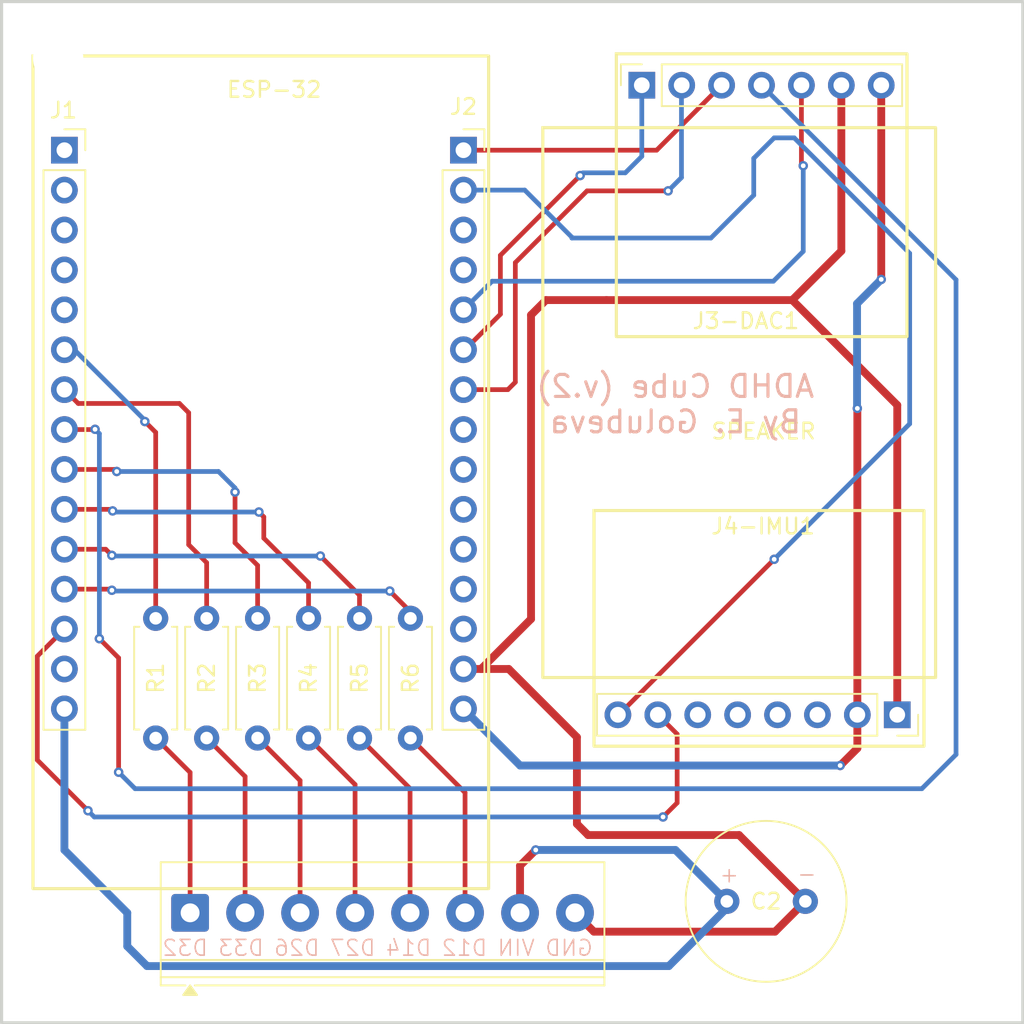
<source format=kicad_pcb>
(kicad_pcb (version 20241229) (generator "pcbnew") (generator_version "9.0")
  (layers (0 "F.Cu" signal) (2 "B.Cu" signal) (13 "F.Paste" user) (15 "B.Paste" user) (5 "F.SilkS" user "F.Silkscreen") (7 "B.SilkS" user "B.Silkscreen") (1 "F.Mask" user) (3 "B.Mask" user) (25 "Edge.Cuts" user))
  (net 0 "")
  (net 1 "GND")
  (net 2 "D12")
  (net 3 "D33")
  (net 4 "D26")
  (net 5 "D32")
  (net 6 "D27")
  (net 7 "D14")
  (net 8 "D25")
  (net 12 "D13")
  (net 13 "VIN")
  (net 17 "D21")
  (net 18 "D23")
  (net 19 "D22")
  (net 23 "3V3")
  (net 27 "D18")
  (net 29 "D19")
  (net 34 "Net-(J4-Pin_4)")
  (net 35 "Net-(J4-Pin_3)")
  (net 36 "Net-(J4-Pin_6)")
  (net 37 "Net-(J4-Pin_5)")
  (net 38 "Net-(J4-Pin_1)")
  (net 39 "Net-(J4-Pin_2)")
  (footprint "Connector_PinSocket_2.54mm:PinSocket_1x15_P2.54mm_Vertical" (layer "F.Cu") (at 79.4 59.46)
    (property "Reference" "J2" (at 0 -2.77 0) (layer "F.SilkS"))
    (property "Value" "Conn_01x15" (hide yes))
    (fp_line (start -1.33 1.27) (end -1.33 36.89) (stroke (width 0.12)) (layer "F.SilkS"))
    (fp_line (start -1.33 1.27) (end 1.33 1.27) (stroke (width 0.12)) (layer "F.SilkS"))
    (fp_line (start -1.33 36.89) (end 1.33 36.89) (stroke (width 0.12)) (layer "F.SilkS"))
    (fp_line (start 0 -1.33) (end 1.33 -1.33) (stroke (width 0.12)) (layer "F.SilkS"))
    (fp_line (start 1.33 -1.33) (end 1.33 0) (stroke (width 0.12)) (layer "F.SilkS"))
    (fp_line (start 1.33 1.27) (end 1.33 36.89) (stroke (width 0.12)) (layer "F.SilkS"))
    (pad "1" thru_hole rect (at 0 0) (size 1.7 1.7) (drill 1) (layers "*.Cu" "*.Mask") (net 18 "D23"))
    (pad "2" thru_hole circle (at 0 2.54) (size 1.7 1.7) (drill 1) (layers "*.Cu" "*.Mask") (net 19 "D22"))
    (pad "3" thru_hole circle (at 0 5.08) (size 1.7 1.7) (drill 1) (layers "*.Cu" "*.Mask"))
    (pad "4" thru_hole circle (at 0 7.62) (size 1.7 1.7) (drill 1) (layers "*.Cu" "*.Mask"))
    (pad "5" thru_hole circle (at 0 10.16) (size 1.7 1.7) (drill 1) (layers "*.Cu" "*.Mask") (net 17 "D21"))
    (pad "6" thru_hole circle (at 0 12.7) (size 1.7 1.7) (drill 1) (layers "*.Cu" "*.Mask") (net 29 "D19"))
    (pad "7" thru_hole circle (at 0 15.24) (size 1.7 1.7) (drill 1) (layers "*.Cu" "*.Mask") (net 27 "D18"))
    (pad "8" thru_hole circle (at 0 17.78) (size 1.7 1.7) (drill 1) (layers "*.Cu" "*.Mask"))
    (pad "9" thru_hole circle (at 0 20.32) (size 1.7 1.7) (drill 1) (layers "*.Cu" "*.Mask"))
    (pad "10" thru_hole circle (at 0 22.86) (size 1.7 1.7) (drill 1) (layers "*.Cu" "*.Mask"))
    (pad "11" thru_hole circle (at 0 25.4) (size 1.7 1.7) (drill 1) (layers "*.Cu" "*.Mask"))
    (pad "12" thru_hole circle (at 0 27.94) (size 1.7 1.7) (drill 1) (layers "*.Cu" "*.Mask"))
    (pad "13" thru_hole circle (at 0 30.48) (size 1.7 1.7) (drill 1) (layers "*.Cu" "*.Mask"))
    (pad "14" thru_hole circle (at 0 33.02) (size 1.7 1.7) (drill 1) (layers "*.Cu" "*.Mask") (net 1 "GND"))
    (pad "15" thru_hole circle (at 0 35.56) (size 1.7 1.7) (drill 1) (layers "*.Cu" "*.Mask") (net 23 "3V3"))
  )
  (footprint "Connector_PinSocket_2.54mm:PinSocket_1x15_P2.54mm_Vertical" (layer "F.Cu") (at 54 59.46)
    (property "Reference" "J1" (at -0.06 -2.54 0) (layer "F.SilkS"))
    (property "Value" "Conn_01x15" (hide yes))
    (fp_line (start -1.33 1.27) (end -1.33 36.89) (stroke (width 0.12)) (layer "F.SilkS"))
    (fp_line (start -1.33 1.27) (end 1.33 1.27) (stroke (width 0.12)) (layer "F.SilkS"))
    (fp_line (start -1.33 36.89) (end 1.33 36.89) (stroke (width 0.12)) (layer "F.SilkS"))
    (fp_line (start 0 -1.33) (end 1.33 -1.33) (stroke (width 0.12)) (layer "F.SilkS"))
    (fp_line (start 1.33 -1.33) (end 1.33 0) (stroke (width 0.12)) (layer "F.SilkS"))
    (fp_line (start 1.33 1.27) (end 1.33 36.89) (stroke (width 0.12)) (layer "F.SilkS"))
    (pad "1" thru_hole rect (at 0 0) (size 1.7 1.7) (drill 1) (layers "*.Cu" "*.Mask"))
    (pad "2" thru_hole circle (at 0 2.54) (size 1.7 1.7) (drill 1) (layers "*.Cu" "*.Mask"))
    (pad "3" thru_hole circle (at 0 5.08) (size 1.7 1.7) (drill 1) (layers "*.Cu" "*.Mask"))
    (pad "4" thru_hole circle (at 0 7.62) (size 1.7 1.7) (drill 1) (layers "*.Cu" "*.Mask"))
    (pad "5" thru_hole circle (at 0 10.16) (size 1.7 1.7) (drill 1) (layers "*.Cu" "*.Mask"))
    (pad "6" thru_hole circle (at 0 12.7) (size 1.7 1.7) (drill 1) (layers "*.Cu" "*.Mask") (net 5 "D32"))
    (pad "7" thru_hole circle (at 0 15.24) (size 1.7 1.7) (drill 1) (layers "*.Cu" "*.Mask") (net 3 "D33"))
    (pad "8" thru_hole circle (at 0 17.78) (size 1.7 1.7) (drill 1) (layers "*.Cu" "*.Mask") (net 8 "D25"))
    (pad "9" thru_hole circle (at 0 20.32) (size 1.7 1.7) (drill 1) (layers "*.Cu" "*.Mask") (net 4 "D26"))
    (pad "10" thru_hole circle (at 0 22.86) (size 1.7 1.7) (drill 1) (layers "*.Cu" "*.Mask") (net 6 "D27"))
    (pad "11" thru_hole circle (at 0 25.4) (size 1.7 1.7) (drill 1) (layers "*.Cu" "*.Mask") (net 7 "D14"))
    (pad "12" thru_hole circle (at 0 27.94) (size 1.7 1.7) (drill 1) (layers "*.Cu" "*.Mask") (net 2 "D12"))
    (pad "13" thru_hole circle (at 0 30.48) (size 1.7 1.7) (drill 1) (layers "*.Cu" "*.Mask") (net 12 "D13"))
    (pad "14" thru_hole circle (at 0 33.02) (size 1.7 1.7) (drill 1) (layers "*.Cu" "*.Mask"))
    (pad "15" thru_hole circle (at 0 35.56) (size 1.7 1.7) (drill 1) (layers "*.Cu" "*.Mask") (net 13 "VIN"))
  )
  (footprint "MountingHole:MountingHole_3.2mm_M3" (layer "F.Cu") (at 53.6 53.6)
    (property "Reference" "H1" (hide yes))
    (property "Value" "MountingHole" (hide yes))
    (pad "" np_thru_hole circle (at 0 0) (size 3.2 3.2) (drill 3.2) (layers "*.Cu" "*.Mask"))
  )
  (footprint "Resistor_THT:R_Axial_DIN0207_L6.3mm_D2.5mm_P7.62mm_Horizontal" (layer "F.Cu") (at 63.053 89.255 -90)
    (property "Reference" "R2" (at 3.81 0 90) (layer "F.SilkS"))
    (property "Value" "R" (hide yes))
    (fp_line (start 0.54 1.37) (end 7.08 1.37) (stroke (width 0.12)) (layer "F.SilkS"))
    (fp_line (start 7.08 1.37) (end 7.08 1.04) (stroke (width 0.12)) (layer "F.SilkS"))
    (fp_line (start 0.54 1.04) (end 0.54 1.37) (stroke (width 0.12)) (layer "F.SilkS"))
    (fp_line (start 0.54 -1.04) (end 0.54 -1.37) (stroke (width 0.12)) (layer "F.SilkS"))
    (fp_line (start 0.54 -1.37) (end 7.08 -1.37) (stroke (width 0.12)) (layer "F.SilkS"))
    (fp_line (start 7.08 -1.37) (end 7.08 -1.04) (stroke (width 0.12)) (layer "F.SilkS"))
    (pad "1" thru_hole circle (at 0 0 270) (size 1.6 1.6) (drill 0.8) (layers "*.Cu" "*.Mask") (net 3 "D33"))
    (pad "2" thru_hole circle (at 7.62 0 270) (size 1.6 1.6) (drill 0.8) (layers "*.Cu" "*.Mask") (net 39 "Net-(J4-Pin_2)"))
  )
  (footprint "Resistor_THT:R_Axial_DIN0207_L6.3mm_D2.5mm_P7.62mm_Horizontal" (layer "F.Cu") (at 59.81 89.255 -90)
    (property "Reference" "R1" (at 3.81 0 90) (layer "F.SilkS"))
    (property "Value" "R" (hide yes))
    (fp_line (start 0.54 1.37) (end 7.08 1.37) (stroke (width 0.12)) (layer "F.SilkS"))
    (fp_line (start 7.08 1.37) (end 7.08 1.04) (stroke (width 0.12)) (layer "F.SilkS"))
    (fp_line (start 0.54 1.04) (end 0.54 1.37) (stroke (width 0.12)) (layer "F.SilkS"))
    (fp_line (start 0.54 -1.04) (end 0.54 -1.37) (stroke (width 0.12)) (layer "F.SilkS"))
    (fp_line (start 0.54 -1.37) (end 7.08 -1.37) (stroke (width 0.12)) (layer "F.SilkS"))
    (fp_line (start 7.08 -1.37) (end 7.08 -1.04) (stroke (width 0.12)) (layer "F.SilkS"))
    (pad "1" thru_hole circle (at 0 0 270) (size 1.6 1.6) (drill 0.8) (layers "*.Cu" "*.Mask") (net 5 "D32"))
    (pad "2" thru_hole circle (at 7.62 0 270) (size 1.6 1.6) (drill 0.8) (layers "*.Cu" "*.Mask") (net 38 "Net-(J4-Pin_1)"))
  )
  (footprint "Connector_PinSocket_2.54mm:PinSocket_1x07_P2.54mm_Vertical" (layer "F.Cu") (at 90.75 55.325 90)
    (property "Reference" "J3-DAC1" (at -15 6.625 180) (layer "F.SilkS"))
    (property "Value" "Conn_01x07" (hide yes))
    (fp_line (start 1.33 -1.33) (end 1.33 0) (stroke (width 0.12)) (layer "F.SilkS"))
    (fp_line (start 0 -1.33) (end 1.33 -1.33) (stroke (width 0.12)) (layer "F.SilkS"))
    (fp_line (start 1.33 1.27) (end 1.33 16.57) (stroke (width 0.12)) (layer "F.SilkS"))
    (fp_line (start -1.33 1.27) (end 1.33 1.27) (stroke (width 0.12)) (layer "F.SilkS"))
    (fp_line (start -1.33 1.27) (end -1.33 16.57) (stroke (width 0.12)) (layer "F.SilkS"))
    (fp_line (start -1.33 16.57) (end 1.33 16.57) (stroke (width 0.12)) (layer "F.SilkS"))
    (pad "1" thru_hole rect (at 0 0 90) (size 1.7 1.7) (drill 1) (layers "*.Cu" "*.Mask") (net 29 "D19"))
    (pad "2" thru_hole circle (at 0 2.54 90) (size 1.7 1.7) (drill 1) (layers "*.Cu" "*.Mask") (net 27 "D18"))
    (pad "3" thru_hole circle (at 0 5.08 90) (size 1.7 1.7) (drill 1) (layers "*.Cu" "*.Mask") (net 18 "D23"))
    (pad "4" thru_hole circle (at 0 7.62 90) (size 1.7 1.7) (drill 1) (layers "*.Cu" "*.Mask") (net 8 "D25"))
    (pad "5" thru_hole circle (at 0 10.16 90) (size 1.7 1.7) (drill 1) (layers "*.Cu" "*.Mask") (net 17 "D21"))
    (pad "6" thru_hole circle (at 0 12.7 90) (size 1.7 1.7) (drill 1) (layers "*.Cu" "*.Mask") (net 1 "GND"))
    (pad "7" thru_hole circle (at 0 15.24 90) (size 1.7 1.7) (drill 1) (layers "*.Cu" "*.Mask") (net 23 "3V3"))
  )
  (footprint "MountingHole:MountingHole_3.2mm_M3" (layer "F.Cu") (at 53.6 111.4)
    (property "Reference" "H4" (hide yes))
    (property "Value" "MountingHole" (hide yes))
    (pad "" np_thru_hole circle (at 0 0) (size 3.2 3.2) (drill 3.2) (layers "*.Cu" "*.Mask"))
  )
  (footprint "Resistor_THT:R_Axial_DIN0207_L6.3mm_D2.5mm_P7.62mm_Horizontal" (layer "F.Cu") (at 69.539 89.255 -90)
    (property "Reference" "R4" (at 3.81 0 90) (layer "F.SilkS"))
    (property "Value" "R" (hide yes))
    (fp_line (start 0.54 1.37) (end 7.08 1.37) (stroke (width 0.12)) (layer "F.SilkS"))
    (fp_line (start 7.08 1.37) (end 7.08 1.04) (stroke (width 0.12)) (layer "F.SilkS"))
    (fp_line (start 0.54 1.04) (end 0.54 1.37) (stroke (width 0.12)) (layer "F.SilkS"))
    (fp_line (start 0.54 -1.04) (end 0.54 -1.37) (stroke (width 0.12)) (layer "F.SilkS"))
    (fp_line (start 0.54 -1.37) (end 7.08 -1.37) (stroke (width 0.12)) (layer "F.SilkS"))
    (fp_line (start 7.08 -1.37) (end 7.08 -1.04) (stroke (width 0.12)) (layer "F.SilkS"))
    (pad "1" thru_hole circle (at 0 0 270) (size 1.6 1.6) (drill 0.8) (layers "*.Cu" "*.Mask") (net 6 "D27"))
    (pad "2" thru_hole circle (at 7.62 0 270) (size 1.6 1.6) (drill 0.8) (layers "*.Cu" "*.Mask") (net 34 "Net-(J4-Pin_4)"))
  )
  (footprint "Capacitor_THT:C_Radial_D10.0mm_H20.0mm_P5.00mm" (layer "F.Cu") (at 96.16 107.27)
    (property "Reference" "C2" (at 2.5 0 0) (layer "F.SilkS"))
    (property "Value" "C" (hide yes))
    (fp_circle (center 2.5 0) (end 7.62 0) (stroke (width 0.12)) (fill no) (layer "F.SilkS"))
    (pad "1" thru_hole circle (at 0 0) (size 1.6 1.6) (drill 0.8) (layers "*.Cu" "*.Mask") (net 13 "VIN"))
    (pad "2" thru_hole circle (at 5 0) (size 1.6 1.6) (drill 0.8) (layers "*.Cu" "*.Mask") (net 1 "GND"))
  )
  (footprint "Resistor_THT:R_Axial_DIN0207_L6.3mm_D2.5mm_P7.62mm_Horizontal" (layer "F.Cu") (at 76.025 89.255 -90)
    (property "Reference" "R6" (at 3.81 0 90) (layer "F.SilkS"))
    (property "Value" "R" (hide yes))
    (fp_line (start 0.54 1.37) (end 7.08 1.37) (stroke (width 0.12)) (layer "F.SilkS"))
    (fp_line (start 7.08 1.37) (end 7.08 1.04) (stroke (width 0.12)) (layer "F.SilkS"))
    (fp_line (start 0.54 1.04) (end 0.54 1.37) (stroke (width 0.12)) (layer "F.SilkS"))
    (fp_line (start 0.54 -1.04) (end 0.54 -1.37) (stroke (width 0.12)) (layer "F.SilkS"))
    (fp_line (start 0.54 -1.37) (end 7.08 -1.37) (stroke (width 0.12)) (layer "F.SilkS"))
    (fp_line (start 7.08 -1.37) (end 7.08 -1.04) (stroke (width 0.12)) (layer "F.SilkS"))
    (pad "1" thru_hole circle (at 0 0 270) (size 1.6 1.6) (drill 0.8) (layers "*.Cu" "*.Mask") (net 2 "D12"))
    (pad "2" thru_hole circle (at 7.62 0 270) (size 1.6 1.6) (drill 0.8) (layers "*.Cu" "*.Mask") (net 36 "Net-(J4-Pin_6)"))
  )
  (footprint "Resistor_THT:R_Axial_DIN0207_L6.3mm_D2.5mm_P7.62mm_Horizontal" (layer "F.Cu") (at 72.782 89.255 -90)
    (property "Reference" "R5" (at 3.81 0 90) (layer "F.SilkS"))
    (property "Value" "R" (hide yes))
    (fp_line (start 0.54 1.37) (end 7.08 1.37) (stroke (width 0.12)) (layer "F.SilkS"))
    (fp_line (start 7.08 1.37) (end 7.08 1.04) (stroke (width 0.12)) (layer "F.SilkS"))
    (fp_line (start 0.54 1.04) (end 0.54 1.37) (stroke (width 0.12)) (layer "F.SilkS"))
    (fp_line (start 0.54 -1.04) (end 0.54 -1.37) (stroke (width 0.12)) (layer "F.SilkS"))
    (fp_line (start 0.54 -1.37) (end 7.08 -1.37) (stroke (width 0.12)) (layer "F.SilkS"))
    (fp_line (start 7.08 -1.37) (end 7.08 -1.04) (stroke (width 0.12)) (layer "F.SilkS"))
    (pad "1" thru_hole circle (at 0 0 270) (size 1.6 1.6) (drill 0.8) (layers "*.Cu" "*.Mask") (net 7 "D14"))
    (pad "2" thru_hole circle (at 7.62 0 270) (size 1.6 1.6) (drill 0.8) (layers "*.Cu" "*.Mask") (net 37 "Net-(J4-Pin_5)"))
  )
  (footprint "Resistor_THT:R_Axial_DIN0207_L6.3mm_D2.5mm_P7.62mm_Horizontal" (layer "F.Cu") (at 66.296 89.255 -90)
    (property "Reference" "R3" (at 3.81 0 90) (layer "F.SilkS"))
    (property "Value" "R" (hide yes))
    (fp_line (start 0.54 1.37) (end 7.08 1.37) (stroke (width 0.12)) (layer "F.SilkS"))
    (fp_line (start 7.08 1.37) (end 7.08 1.04) (stroke (width 0.12)) (layer "F.SilkS"))
    (fp_line (start 0.54 1.04) (end 0.54 1.37) (stroke (width 0.12)) (layer "F.SilkS"))
    (fp_line (start 0.54 -1.04) (end 0.54 -1.37) (stroke (width 0.12)) (layer "F.SilkS"))
    (fp_line (start 0.54 -1.37) (end 7.08 -1.37) (stroke (width 0.12)) (layer "F.SilkS"))
    (fp_line (start 7.08 -1.37) (end 7.08 -1.04) (stroke (width 0.12)) (layer "F.SilkS"))
    (pad "1" thru_hole circle (at 0 0 270) (size 1.6 1.6) (drill 0.8) (layers "*.Cu" "*.Mask") (net 4 "D26"))
    (pad "2" thru_hole circle (at 7.62 0 270) (size 1.6 1.6) (drill 0.8) (layers "*.Cu" "*.Mask") (net 35 "Net-(J4-Pin_3)"))
  )
  (footprint "TerminalBlock_Phoenix:TerminalBlock_Phoenix_PT-1,5-8-3.5-H_1x08_P3.50mm_Horizontal" (layer "F.Cu") (at 62 108)
    (property "Reference" "J4" (hide yes))
    (property "Value" "Screw_Terminal_01x08" (hide yes))
    (fp_line (start -1.87 -3.22) (end 26.37 -3.22) (stroke (width 0.12)) (layer "F.SilkS"))
    (fp_line (start -1.87 3) (end 26.37 3) (stroke (width 0.12)) (layer "F.SilkS"))
    (fp_line (start -1.87 4.1) (end 26.37 4.1) (stroke (width 0.12)) (layer "F.SilkS"))
    (fp_line (start -1.87 4.62) (end -1.87 -3.22) (stroke (width 0.12)) (layer "F.SilkS"))
    (fp_line (start -0.3 4.62) (end -1.87 4.62) (stroke (width 0.12)) (layer "F.SilkS"))
    (fp_line (start 26.37 -3.22) (end 26.37 4.62) (stroke (width 0.12)) (layer "F.SilkS"))
    (fp_line (start 26.37 4.62) (end 0.3 4.62) (stroke (width 0.12)) (layer "F.SilkS"))
    (fp_poly (pts (xy 0 4.62) (xy 0.44 5.23) (xy -0.44 5.23)) (stroke (width 0.12)) (fill yes) (layer "F.SilkS"))
    (pad "1" thru_hole roundrect (at 0 0) (size 2.4 2.4) (drill 1.2) (layers "*.Cu" "*.Mask") (roundrect_rratio 0.104167) (net 38 "Net-(J4-Pin_1)"))
    (pad "2" thru_hole circle (at 3.5 0) (size 2.4 2.4) (drill 1.2) (layers "*.Cu" "*.Mask") (net 39 "Net-(J4-Pin_2)"))
    (pad "3" thru_hole circle (at 7 0) (size 2.4 2.4) (drill 1.2) (layers "*.Cu" "*.Mask") (net 35 "Net-(J4-Pin_3)"))
    (pad "4" thru_hole circle (at 10.5 0) (size 2.4 2.4) (drill 1.2) (layers "*.Cu" "*.Mask") (net 34 "Net-(J4-Pin_4)"))
    (pad "5" thru_hole circle (at 14 0) (size 2.4 2.4) (drill 1.2) (layers "*.Cu" "*.Mask") (net 37 "Net-(J4-Pin_5)"))
    (pad "6" thru_hole circle (at 17.5 0) (size 2.4 2.4) (drill 1.2) (layers "*.Cu" "*.Mask") (net 36 "Net-(J4-Pin_6)"))
    (pad "7" thru_hole circle (at 21 0) (size 2.4 2.4) (drill 1.2) (layers "*.Cu" "*.Mask") (net 13 "VIN"))
    (pad "8" thru_hole circle (at 24.5 0) (size 2.4 2.4) (drill 1.2) (layers "*.Cu" "*.Mask") (net 1 "GND"))
  )
  (footprint "MountingHole:MountingHole_3.2mm_M3" (layer "F.Cu") (at 111.45 111.43)
    (property "Reference" "H3" (hide yes))
    (property "Value" "MountingHole" (hide yes))
    (pad "" np_thru_hole circle (at 0 0) (size 3.2 3.2) (drill 3.2) (layers "*.Cu" "*.Mask"))
  )
  (footprint "MountingHole:MountingHole_3.2mm_M3" (layer "F.Cu") (at 111.4 53.6)
    (property "Reference" "H2" (hide yes))
    (property "Value" "MountingHole" (hide yes))
    (pad "" np_thru_hole circle (at 0 0) (size 3.2 3.2) (drill 3.2) (layers "*.Cu" "*.Mask"))
  )
  (footprint "Connector_PinSocket_2.54mm:PinSocket_1x08_P2.54mm_Vertical" (layer "F.Cu") (at 107.009138 95.394959 -90)
    (property "Reference" "J4-IMU1" (at -12 8.54 0) (layer "F.SilkS"))
    (property "Value" "Conn_01x08" (hide yes))
    (fp_line (start -1.33 19.11) (end 1.33 19.11) (stroke (width 0.12)) (layer "F.SilkS"))
    (fp_line (start -1.33 1.27) (end -1.33 19.11) (stroke (width 0.12)) (layer "F.SilkS"))
    (fp_line (start -1.33 1.27) (end 1.33 1.27) (stroke (width 0.12)) (layer "F.SilkS"))
    (fp_line (start 1.33 1.27) (end 1.33 19.11) (stroke (width 0.12)) (layer "F.SilkS"))
    (fp_line (start 0 -1.33) (end 1.33 -1.33) (stroke (width 0.12)) (layer "F.SilkS"))
    (fp_line (start 1.33 -1.33) (end 1.33 0) (stroke (width 0.12)) (layer "F.SilkS"))
    (pad "1" thru_hole rect (at 0 0 270) (size 1.7 1.7) (drill 1) (layers "*.Cu" "*.Mask") (net 1 "GND"))
    (pad "2" thru_hole circle (at 0 2.54 270) (size 1.7 1.7) (drill 1) (layers "*.Cu" "*.Mask") (net 23 "3V3"))
    (pad "3" thru_hole circle (at 0 5.08 270) (size 1.7 1.7) (drill 1) (layers "*.Cu" "*.Mask"))
    (pad "4" thru_hole circle (at 0 7.62 270) (size 1.7 1.7) (drill 1) (layers "*.Cu" "*.Mask"))
    (pad "5" thru_hole circle (at 0 10.16 270) (size 1.7 1.7) (drill 1) (layers "*.Cu" "*.Mask"))
    (pad "6" thru_hole circle (at 0 12.7 270) (size 1.7 1.7) (drill 1) (layers "*.Cu" "*.Mask"))
    (pad "7" thru_hole circle (at 0 15.24 270) (size 1.7 1.7) (drill 1) (layers "*.Cu" "*.Mask") (net 12 "D13"))
    (pad "8" thru_hole circle (at 0 17.78 270) (size 1.7 1.7) (drill 1) (layers "*.Cu" "*.Mask") (net 19 "D22"))
  )
  (gr_rect (start 87.709138 82.394959) (end 108.709138 97.394959) (stroke (width 0.2)) (fill no) (layer "F.SilkS"))
  (gr_rect (start 84.45 58.025) (end 109.45 93.025) (stroke (width 0.2)) (fill no) (layer "F.SilkS"))
  (gr_rect (start 52 53.46) (end 81 106.46) (stroke (width 0.2)) (fill no) (layer "F.SilkS"))
  (gr_rect (start 89.13 53.325) (end 107.63 71.325) (stroke (width 0.2)) (fill no) (layer "F.SilkS"))
  (gr_rect (start 50 50) (end 115 115) (stroke (width 0.2)) (fill no) (layer "Edge.Cuts"))
  (gr_text "ESP-32" (at 67.35 55.6 0) (layer "F.SilkS") (effects (font (size 1 1))))
  (gr_text "SPEAKER" (at 98.5 77.35 0) (layer "F.SilkS") (effects (font (size 1 1))))
  (gr_text "+" (at 97 106.15 0) (layer "B.SilkS") (effects (font (size 1 1) (thickness 0.1)) (justify left bottom mirror)))
  (gr_text "D33" (at 66.75585 110.82 0) (layer "B.SilkS") (effects (font (size 1 1) (thickness 0.1)) (justify left bottom mirror)))
  (gr_text "D27" (at 73.867551 110.82 0) (layer "B.SilkS") (effects (font (size 1 1) (thickness 0.1)) (justify left bottom mirror)))
  (gr_text "D14" (at 77.423402 110.82 0) (layer "B.SilkS") (effects (font (size 1 1) (thickness 0.1)) (justify left bottom mirror)))
  (gr_text "D32" (at 63.2 110.82 0) (layer "B.SilkS") (effects (font (size 1 1) (thickness 0.1)) (justify left bottom mirror)))
  (gr_text "GND" (at 87.71 110.82 0) (layer "B.SilkS") (effects (font (size 1 1) (thickness 0.1)) (justify left bottom mirror)))
  (gr_text "VIN" (at 84.011293 110.82 0) (layer "B.SilkS") (effects (font (size 1 1) (thickness 0.1)) (justify left bottom mirror)))
  (gr_text "ADHD Cube (v.2)\nBy E. Golubeva" (at 92.88 75.62 0) (layer "B.SilkS") (effects (font (size 1.4 1.4) (thickness 0.2)) (justify mirror)))
  (gr_text "D26" (at 70.311701 110.82 0) (layer "B.SilkS") (effects (font (size 1 1) (thickness 0.1)) (justify left bottom mirror)))
  (gr_text "D12" (at 80.979252 110.82 0) (layer "B.SilkS") (effects (font (size 1 1) (thickness 0.1)) (justify left bottom mirror)))
  (gr_text "-" (at 101.94 106.1 0) (layer "B.SilkS") (effects (font (size 1 1) (thickness 0.1)) (justify left bottom mirror)))
  (segment (start 82.28 92.48) (end 86.62 96.82) (width 0.5) (layer "F.Cu") (net 1))
  (segment (start 103.45 65.875) (end 100.325 69) (width 0.5) (layer "F.Cu") (net 1))
  (segment (start 87.33 103.05) (end 96.94 103.05) (width 0.5) (layer "F.Cu") (net 1))
  (segment (start 86.62 102.34) (end 87.33 103.05) (width 0.5) (layer "F.Cu") (net 1))
  (segment (start 86.62 96.82) (end 86.62 102.34) (width 0.5) (layer "F.Cu") (net 1))
  (segment (start 103.45 55.325) (end 103.45 65.875) (width 0.5) (layer "F.Cu") (net 1))
  (segment (start 83.7 89.3) (end 80.52 92.48) (width 0.5) (layer "F.Cu") (net 1))
  (segment (start 80.52 92.48) (end 79.4 92.48) (width 0.5) (layer "F.Cu") (net 1))
  (segment (start 80.52 92.48) (end 82.28 92.48) (width 0.5) (layer "F.Cu") (net 1))
  (segment (start 96.94 103.05) (end 101.16 107.27) (width 0.5) (layer "F.Cu") (net 1))
  (segment (start 107.009138 95.394959) (end 107.009138 75.684138) (width 0.5) (layer "F.Cu") (net 1))
  (segment (start 87.7 109.2) (end 99.23 109.2) (width 0.5) (layer "F.Cu") (net 1))
  (segment (start 100.325 69) (end 88.5 69) (width 0.5) (layer "F.Cu") (net 1))
  (segment (start 99.23 109.2) (end 101.16 107.27) (width 0.5) (layer "F.Cu") (net 1))
  (segment (start 87.7 109.2) (end 86.5 108) (width 0.5) (layer "F.Cu") (net 1))
  (segment (start 107.009138 75.684138) (end 100.325 69) (width 0.5) (layer "F.Cu") (net 1))
  (segment (start 83.7 69.95) (end 83.7 89.3) (width 0.5) (layer "F.Cu") (net 1))
  (segment (start 88.5 69) (end 84.65 69) (width 0.5) (layer "F.Cu") (net 1))
  (segment (start 84.65 69) (end 83.7 69.95) (width 0.5) (layer "F.Cu") (net 1))
  (segment (start 56.95 87.4) (end 54 87.4) (width 0.3) (layer "F.Cu") (net 2))
  (segment (start 76.025 88.835) (end 74.71 87.52) (width 0.3) (layer "F.Cu") (net 2))
  (segment (start 57.02 87.47) (end 56.95 87.4) (width 0.3) (layer "F.Cu") (net 2))
  (segment (start 76.025 89.255) (end 76.025 88.835) (width 0.3) (layer "F.Cu") (net 2))
  (via (at 74.71 87.52) (size 0.6) (drill 0.3) (layers "F.Cu" "B.Cu") (net 2))
  (via (at 57.02 87.47) (size 0.6) (drill 0.3) (layers "F.Cu" "B.Cu") (net 2))
  (segment (start 75.975 88.921387) (end 76.025 88.921387) (width 0.3) (layer "B.Cu") (net 2))
  (segment (start 74.71 87.52) (end 57.07 87.52) (width 0.3) (layer "B.Cu") (net 2))
  (segment (start 57.07 87.52) (end 57.02 87.47) (width 0.3) (layer "B.Cu") (net 2))
  (segment (start 61.91 76.17) (end 61.32 75.58) (width 0.3) (layer "F.Cu") (net 3))
  (segment (start 63.053 89.255) (end 63.053 85.713) (width 0.3) (layer "F.Cu") (net 3))
  (segment (start 61.91 84.57) (end 61.91 76.17) (width 0.3) (layer "F.Cu") (net 3))
  (segment (start 63.053 85.713) (end 61.91 84.57) (width 0.3) (layer "F.Cu") (net 3))
  (segment (start 61.32 75.58) (end 54.88 75.58) (width 0.3) (layer "F.Cu") (net 3))
  (segment (start 54.88 75.58) (end 54 74.7) (width 0.3) (layer "F.Cu") (net 3))
  (segment (start 54 74.7) (end 54 74.24) (width 0.3) (layer "F.Cu") (net 3))
  (segment (start 66.296 89.255) (end 66.296 85.886) (width 0.3) (layer "F.Cu") (net 4))
  (segment (start 57.33 79.91) (end 57.2 79.78) (width 0.3) (layer "F.Cu") (net 4))
  (segment (start 66.296 85.886) (end 65.07 84.66) (width 0.3) (layer "F.Cu") (net 4))
  (segment (start 57.2 79.78) (end 54 79.78) (width 0.3) (layer "F.Cu") (net 4))
  (segment (start 65.07 84.66) (end 64.86 84.45) (width 0.3) (layer "F.Cu") (net 4))
  (segment (start 64.86 84.45) (end 64.86 81.22) (width 0.3) (layer "F.Cu") (net 4))
  (via (at 64.86 81.22) (size 0.6) (drill 0.3) (layers "F.Cu" "B.Cu") (net 4))
  (via (at 57.33 79.91) (size 0.6) (drill 0.3) (layers "F.Cu" "B.Cu") (net 4))
  (segment (start 64.86 81.22) (end 64.86 80.96) (width 0.3) (layer "B.Cu") (net 4))
  (segment (start 63.81 79.91) (end 57.33 79.91) (width 0.3) (layer "B.Cu") (net 4))
  (segment (start 64.86 80.96) (end 64.07 80.17) (width 0.3) (layer "B.Cu") (net 4))
  (segment (start 64.07 80.17) (end 63.81 79.91) (width 0.3) (layer "B.Cu") (net 4))
  (segment (start 54 72.16) (end 54 71.7) (width 0.3) (layer "F.Cu") (net 5))
  (segment (start 59.81 77.42) (end 59.12 76.73) (width 0.3) (layer "F.Cu") (net 5))
  (segment (start 59.81 89.255) (end 59.81 77.42) (width 0.3) (layer "F.Cu") (net 5))
  (via (at 59.12 76.73) (size 0.6) (drill 0.3) (layers "F.Cu" "B.Cu") (net 5))
  (segment (start 54.63 72.16) (end 54 72.16) (width 0.3) (layer "B.Cu") (net 5))
  (segment (start 59.12 76.65) (end 54.63 72.16) (width 0.3) (layer "B.Cu") (net 5))
  (segment (start 59.12 76.73) (end 59.12 76.65) (width 0.3) (layer "B.Cu") (net 5))
  (segment (start 57.07 82.42) (end 56.97 82.32) (width 0.3) (layer "F.Cu") (net 6))
  (segment (start 69.539 89.255) (end 69.539 86.999) (width 0.3) (layer "F.Cu") (net 6))
  (segment (start 69.539 86.999) (end 66.69 84.15) (width 0.3) (layer "F.Cu") (net 6))
  (segment (start 66.69 82.8) (end 66.38 82.49) (width 0.3) (layer "F.Cu") (net 6))
  (segment (start 66.69 84.15) (end 66.69 82.8) (width 0.3) (layer "F.Cu") (net 6))
  (segment (start 56.97 82.32) (end 54 82.32) (width 0.3) (layer "F.Cu") (net 6))
  (via (at 66.38 82.49) (size 0.6) (drill 0.3) (layers "F.Cu" "B.Cu") (net 6))
  (via (at 57.07 82.42) (size 0.6) (drill 0.3) (layers "F.Cu" "B.Cu") (net 6))
  (segment (start 57.14 82.49) (end 57.07 82.42) (width 0.3) (layer "B.Cu") (net 6))
  (segment (start 66.38 82.49) (end 57.14 82.49) (width 0.3) (layer "B.Cu") (net 6))
  (segment (start 56.63 84.86) (end 54 84.86) (width 0.3) (layer "F.Cu") (net 7))
  (segment (start 72.782 87.782) (end 70.29 85.29) (width 0.3) (layer "F.Cu") (net 7))
  (segment (start 57.02 85.25) (end 56.63 84.86) (width 0.3) (layer "F.Cu") (net 7))
  (segment (start 72.782 89.255) (end 72.782 87.782) (width 0.3) (layer "F.Cu") (net 7))
  (via (at 70.29 85.29) (size 0.6) (drill 0.3) (layers "F.Cu" "B.Cu") (net 7))
  (via (at 57.02 85.25) (size 0.6) (drill 0.3) (layers "F.Cu" "B.Cu") (net 7))
  (segment (start 70.29 85.29) (end 57.06 85.29) (width 0.3) (layer "B.Cu") (net 7))
  (segment (start 57.06 85.29) (end 57.02 85.25) (width 0.3) (layer "B.Cu") (net 7))
  (segment (start 57.45 91.775) (end 57.45 99.05) (width 0.3) (layer "F.Cu") (net 8))
  (segment (start 56.225 90.55) (end 57.45 91.775) (width 0.3) (layer "F.Cu") (net 8))
  (segment (start 55.935 77.24) (end 55.95 77.225) (width 0.3) (layer "F.Cu") (net 8))
  (segment (start 54 77.24) (end 55.935 77.24) (width 0.3) (layer "F.Cu") (net 8))
  (via (at 55.95 77.225) (size 0.6) (drill 0.3) (layers "F.Cu" "B.Cu") (net 8))
  (via (at 56.225 90.55) (size 0.6) (drill 0.3) (layers "F.Cu" "B.Cu") (net 8))
  (via (at 57.45 99.05) (size 0.6) (drill 0.3) (layers "F.Cu" "B.Cu") (net 8))
  (segment (start 57.45 99.05) (end 58.5 100.1) (width 0.3) (layer "B.Cu") (net 8))
  (segment (start 58.5 100.1) (end 108.575 100.1) (width 0.3) (layer "B.Cu") (net 8))
  (segment (start 98.600322 55.555322) (end 98.37 55.555322) (width 0.3) (layer "B.Cu") (net 8))
  (segment (start 56.225 90.55) (end 56.225 77.5) (width 0.3) (layer "B.Cu") (net 8))
  (segment (start 110.75 67.705) (end 98.600322 55.555322) (width 0.3) (layer "B.Cu") (net 8))
  (segment (start 110.75 97.925) (end 110.75 67.705) (width 0.3) (layer "B.Cu") (net 8))
  (segment (start 56.225 77.5) (end 55.95 77.225) (width 0.3) (layer "B.Cu") (net 8))
  (segment (start 108.575 100.1) (end 110.75 97.925) (width 0.3) (layer "B.Cu") (net 8))
  (segment (start 93 101) (end 93 96.625821) (width 0.3) (layer "F.Cu") (net 12))
  (segment (start 52.275 98.275) (end 52.275 91.665) (width 0.3) (layer "F.Cu") (net 12))
  (segment (start 52.275 91.665) (end 54 89.94) (width 0.3) (layer "F.Cu") (net 12))
  (segment (start 93 96.625821) (end 91.769138 95.394959) (width 0.3) (layer "F.Cu") (net 12))
  (segment (start 55.5 101.5) (end 52.275 98.275) (width 0.3) (layer "F.Cu") (net 12))
  (segment (start 92.101041 101.898959) (end 93 101) (width 0.3) (layer "F.Cu") (net 12))
  (via (at 92.101041 101.898959) (size 0.6) (drill 0.3) (layers "F.Cu" "B.Cu") (net 12))
  (via (at 55.5 101.5) (size 0.6) (drill 0.3) (layers "F.Cu" "B.Cu") (net 12))
  (segment (start 55.898959 101.898959) (end 92.101041 101.898959) (width 0.3) (layer "B.Cu") (net 12))
  (segment (start 55.5 101.5) (end 55.898959 101.898959) (width 0.3) (layer "B.Cu") (net 12))
  (segment (start 83 105) (end 84 104) (width 0.5) (layer "F.Cu") (net 13))
  (segment (start 54.2 95.22) (end 54 95.02) (width 0.3) (layer "F.Cu") (net 13))
  (segment (start 83 108) (end 83 105) (width 0.5) (layer "F.Cu") (net 13))
  (via (at 84 104) (size 0.6) (drill 0.3) (layers "F.Cu" "B.Cu") (net 13))
  (segment (start 58 110.13) (end 59.26 111.39) (width 0.5) (layer "B.Cu") (net 13))
  (segment (start 54 100) (end 54 104) (width 0.5) (layer "B.Cu") (net 13))
  (segment (start 92.47 111.39) (end 96.16 107.7) (width 0.5) (layer "B.Cu") (net 13))
  (segment (start 96.16 107.7) (end 96.16 107.27) (width 0.5) (layer "B.Cu") (net 13))
  (segment (start 92.89 104) (end 84 104) (width 0.5) (layer "B.Cu") (net 13))
  (segment (start 59.26 111.39) (end 92.47 111.39) (width 0.5) (layer "B.Cu") (net 13))
  (segment (start 96.16 107.27) (end 92.89 104) (width 0.5) (layer "B.Cu") (net 13))
  (segment (start 54 104) (end 58 108) (width 0.5) (layer "B.Cu") (net 13))
  (segment (start 54 100) (end 54 95.02) (width 0.5) (layer "B.Cu") (net 13))
  (segment (start 58 108) (end 58 110.13) (width 0.5) (layer "B.Cu") (net 13))
  (segment (start 100.91 55.325) (end 100.91 60.335) (width 0.3) (layer "F.Cu") (net 17))
  (segment (start 100.91 60.335) (end 101.025 60.45) (width 0.3) (layer "F.Cu") (net 17))
  (via (at 101.025 60.45) (size 0.6) (drill 0.3) (layers "F.Cu" "B.Cu") (net 17))
  (segment (start 101.025 60.45) (end 101.025 65.9) (width 0.3) (layer "B.Cu") (net 17))
  (segment (start 81.22 67.8) (end 79.78163 69.23837) (width 0.3) (layer "B.Cu") (net 17))
  (segment (start 99.125 67.8) (end 81.22 67.8) (width 0.3) (layer "B.Cu") (net 17))
  (segment (start 79.78163 69.23837) (end 79.78163 69.62) (width 0.3) (layer "B.Cu") (net 17))
  (segment (start 101.025 65.9) (end 99.125 67.8) (width 0.3) (layer "B.Cu") (net 17))
  (segment (start 95.83 55.325) (end 91.695 59.46) (width 0.3) (layer "F.Cu") (net 18))
  (segment (start 91.695 59.46) (end 79.4 59.46) (width 0.3) (layer "F.Cu") (net 18))
  (segment (start 89.280041 95.394959) (end 99.175 85.5) (width 0.3) (layer "F.Cu") (net 19))
  (segment (start 89.229138 95.394959) (end 89.280041 95.394959) (width 0.3) (layer "F.Cu") (net 19))
  (via (at 99.175 85.5) (size 0.6) (drill 0.3) (layers "F.Cu" "B.Cu") (net 19))
  (segment (start 86.3 65) (end 83.3 62) (width 0.3) (layer "B.Cu") (net 19))
  (segment (start 97.875 59.975) (end 97.875 62.325) (width 0.3) (layer "B.Cu") (net 19))
  (segment (start 86.3 65.05) (end 86.3 65) (width 0.3) (layer "B.Cu") (net 19))
  (segment (start 100.45 58.675) (end 99.175 58.675) (width 0.3) (layer "B.Cu") (net 19))
  (segment (start 107.8 76.875) (end 107.8 66.025) (width 0.3) (layer "B.Cu") (net 19))
  (segment (start 97.875 62.325) (end 95.15 65.05) (width 0.3) (layer "B.Cu") (net 19))
  (segment (start 107.8 66.025) (end 100.45 58.675) (width 0.3) (layer "B.Cu") (net 19))
  (segment (start 95.15 65.05) (end 86.3 65.05) (width 0.3) (layer "B.Cu") (net 19))
  (segment (start 99.175 58.675) (end 97.875 59.975) (width 0.3) (layer "B.Cu") (net 19))
  (segment (start 83.3 62) (end 79.4 62) (width 0.3) (layer "B.Cu") (net 19))
  (segment (start 99.175 85.5) (end 107.8 76.875) (width 0.3) (layer "B.Cu") (net 19))
  (segment (start 104.469138 97.530862) (end 103.375 98.625) (width 0.5) (layer "F.Cu") (net 23))
  (segment (start 104.469138 75.894138) (end 104.45 75.875) (width 0.5) (layer "F.Cu") (net 23))
  (segment (start 105.99 67.685) (end 105.925 67.75) (width 0.3) (layer "F.Cu") (net 23))
  (segment (start 104.469138 95.394959) (end 104.469138 75.894138) (width 0.5) (layer "F.Cu") (net 23))
  (segment (start 104.469138 95.394959) (end 104.469138 97.530862) (width 0.5) (layer "F.Cu") (net 23))
  (segment (start 105.99 55.325) (end 105.99 67.685) (width 0.5) (layer "F.Cu") (net 23))
  (segment (start 105.99 55.325) (end 105.975 55.34) (width 0.3) (layer "F.Cu") (net 23))
  (via (at 105.99 67.685) (size 0.6) (drill 0.3) (layers "F.Cu" "B.Cu") (net 23))
  (via (at 103.375 98.625) (size 0.6) (drill 0.3) (layers "F.Cu" "B.Cu") (net 23))
  (via (at 104.469138 75.894138) (size 0.6) (drill 0.3) (layers "F.Cu" "B.Cu") (net 23))
  (segment (start 104.45 69.225) (end 105.925 67.75) (width 0.5) (layer "B.Cu") (net 23))
  (segment (start 83.005 98.625) (end 79.4 95.02) (width 0.5) (layer "B.Cu") (net 23))
  (segment (start 104.45 75.875) (end 104.45 69.225) (width 0.5) (layer "B.Cu") (net 23))
  (segment (start 103.375 98.625) (end 83.005 98.625) (width 0.5) (layer "B.Cu") (net 23))
  (segment (start 92.425 62.05) (end 87.265108 62.05) (width 0.3) (layer "F.Cu") (net 27))
  (segment (start 82.7 74.225) (end 82.225 74.7) (width 0.3) (layer "F.Cu") (net 27))
  (segment (start 82.7 66.615108) (end 82.7 74.225) (width 0.3) (layer "F.Cu") (net 27))
  (segment (start 87.265108 62.05) (end 82.7 66.615108) (width 0.3) (layer "F.Cu") (net 27))
  (segment (start 82.225 74.7) (end 79.4 74.7) (width 0.3) (layer "F.Cu") (net 27))
  (via (at 92.425 62.05) (size 0.6) (drill 0.3) (layers "F.Cu" "B.Cu") (net 27))
  (segment (start 92.425 62.05) (end 93.275 61.2) (width 0.3) (layer "B.Cu") (net 27))
  (segment (start 93.275 55.555322) (end 93.29 55.555322) (width 0.3) (layer "B.Cu") (net 27))
  (segment (start 93.275 61.2) (end 93.275 55.555322) (width 0.3) (layer "B.Cu") (net 27))
  (segment (start 81.75 69.9) (end 81.75 66.15) (width 0.3) (layer "F.Cu") (net 29))
  (segment (start 81.75 66.15) (end 86.825 61.075) (width 0.3) (layer "F.Cu") (net 29))
  (segment (start 79.49 72.16) (end 81.75 69.9) (width 0.3) (layer "F.Cu") (net 29))
  (segment (start 79.4 72.16) (end 79.49 72.16) (width 0.3) (layer "F.Cu") (net 29))
  (via (at 86.825 61.075) (size 0.6) (drill 0.3) (layers "F.Cu" "B.Cu") (net 29))
  (segment (start 90.75 59.85) (end 90.75 55.325) (width 0.3) (layer "B.Cu") (net 29))
  (segment (start 87 60.9) (end 89.7 60.9) (width 0.3) (layer "B.Cu") (net 29))
  (segment (start 89.7 60.9) (end 90.75 59.85) (width 0.3) (layer "B.Cu") (net 29))
  (segment (start 86.825 61.075) (end 87 60.9) (width 0.3) (layer "B.Cu") (net 29))
  (segment (start 72.5 99.836) (end 69.539 96.875) (width 0.3) (layer "F.Cu") (net 34))
  (segment (start 72.5 108) (end 72.5 99.836) (width 0.3) (layer "F.Cu") (net 34))
  (segment (start 69 99.579) (end 66.296 96.875) (width 0.3) (layer "F.Cu") (net 35))
  (segment (start 69 108) (end 69 99.579) (width 0.3) (layer "F.Cu") (net 35))
  (segment (start 79.5 108) (end 79.5 100.35) (width 0.3) (layer "F.Cu") (net 36))
  (segment (start 79.5 100.35) (end 76.025 96.875) (width 0.3) (layer "F.Cu") (net 36))
  (segment (start 76 100.093) (end 72.782 96.875) (width 0.3) (layer "F.Cu") (net 37))
  (segment (start 76 108) (end 76 100.093) (width 0.3) (layer "F.Cu") (net 37))
  (segment (start 62 99.065) (end 59.81 96.875) (width 0.3) (layer "F.Cu") (net 38))
  (segment (start 62 108) (end 62 99.065) (width 0.3) (layer "F.Cu") (net 38))
  (segment (start 65.5 99.322) (end 63.053 96.875) (width 0.3) (layer "F.Cu") (net 39))
  (segment (start 65.5 108) (end 65.5 99.322) (width 0.3) (layer "F.Cu") (net 39))
)
</source>
